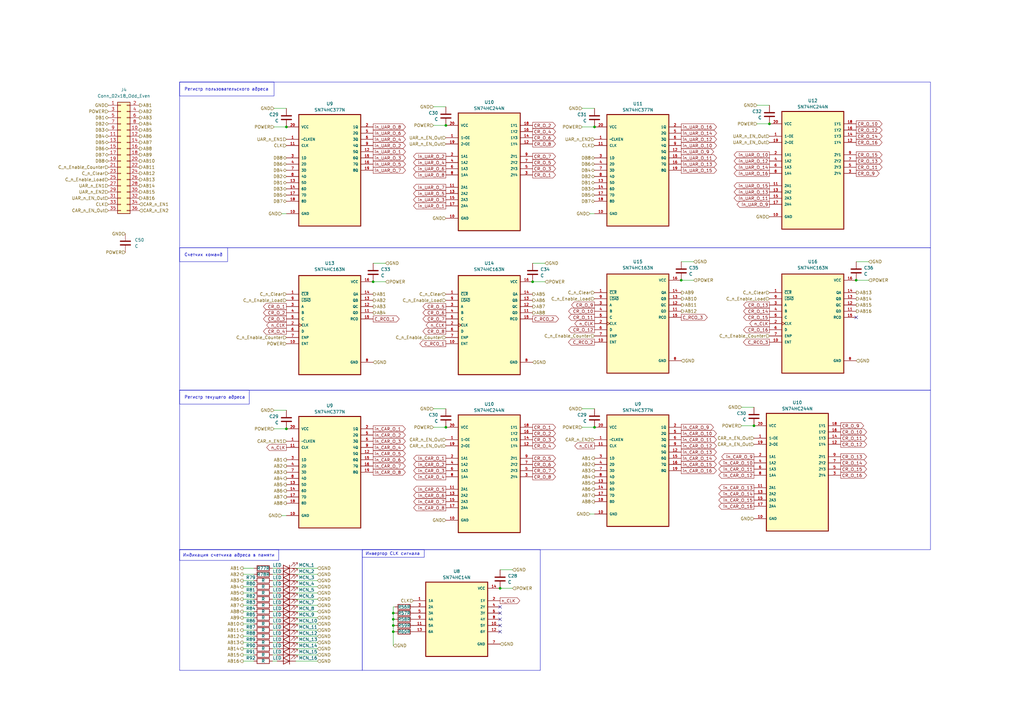
<source format=kicad_sch>
(kicad_sch (version 20230121) (generator eeschema)
  (paper "A3")
  (title_block (comment 1 "Схема электрическая принципиальная \\n Счетчика команд"))
  (junction (at 161.29 251.46))
  (junction (at 117.475 52.07))
  (junction (at 161.29 254))
  (junction (at 279.4 114.935))
  (junction (at 182.88 51.435))
  (junction (at 243.84 175.26))
  (junction (at 153.035 115.57))
  (junction (at 161.29 259.08))
  (junction (at 309.245 174.625))
  (junction (at 243.84 52.07))
  (junction (at 205.105 241.3))
  (junction (at 218.44 115.57))
  (junction (at 315.595 50.8))
  (junction (at 117.475 175.895))
  (junction (at 182.88 175.26))
  (junction (at 351.155 114.935))
  (junction (at 161.29 256.54))
  (no_connect (at 205.105 248.92))
  (no_connect (at 205.105 256.54))
  (no_connect (at 205.105 254))
  (no_connect (at 205.105 251.46))
  (no_connect (at 205.105 259.08))
  (no_connect (at 351.155 130.175))
  (wire (pts (xy 117.475 168.275) (xy 112.395 168.275)))
  (wire (pts (xy 182.88 167.64) (xy 177.8 167.64)))
  (wire (pts (xy 113.665 245.745) (xy 111.76 245.745)))
  (wire (pts (xy 104.14 253.365) (xy 99.695 253.365)))
  (wire (pts (xy 243.84 44.45) (xy 238.76 44.45)))
  (wire (pts (xy 113.665 248.285) (xy 111.76 248.285)))
  (wire (pts (xy 205.105 241.3) (xy 210.185 241.3)))
  (wire (pts (xy 113.665 266.065) (xy 111.76 266.065)))
  (wire (pts (xy 161.29 254) (xy 161.29 251.46)))
  (wire (pts (xy 351.155 114.935) (xy 356.235 114.935)))
  (wire (pts (xy 113.665 271.145) (xy 111.76 271.145)))
  (wire (pts (xy 104.14 271.145) (xy 99.695 271.145)))
  (wire (pts (xy 161.29 254) (xy 161.925 254)))
  (wire (pts (xy 121.285 245.745) (xy 130.175 245.745)))
  (wire (pts (xy 113.665 238.125) (xy 111.76 238.125)))
  (wire (pts (xy 104.14 235.585) (xy 99.695 235.585)))
  (wire (pts (xy 104.14 238.125) (xy 99.695 238.125)))
  (wire (pts (xy 104.14 250.825) (xy 99.695 250.825)))
  (wire (pts (xy 104.14 263.525) (xy 99.695 263.525)))
  (wire (pts (xy 111.76 255.905) (xy 113.665 255.905)))
  (wire (pts (xy 113.665 258.445) (xy 111.76 258.445)))
  (wire (pts (xy 121.285 266.065) (xy 130.175 266.065)))
  (wire (pts (xy 113.665 243.205) (xy 111.76 243.205)))
  (wire (pts (xy 113.665 268.605) (xy 111.76 268.605)))
  (wire (pts (xy 104.14 243.205) (xy 99.695 243.205)))
  (wire (pts (xy 161.29 251.46) (xy 161.925 251.46)))
  (wire (pts (xy 121.285 243.205) (xy 130.175 243.205)))
  (wire (pts (xy 121.285 250.825) (xy 130.175 250.825)))
  (wire (pts (xy 161.29 256.54) (xy 161.29 254)))
  (wire (pts (xy 104.14 260.985) (xy 99.695 260.985)))
  (wire (pts (xy 117.475 52.07) (xy 112.395 52.07)))
  (wire (pts (xy 113.665 263.525) (xy 111.76 263.525)))
  (wire (pts (xy 121.285 255.905) (xy 130.175 255.905)))
  (wire (pts (xy 104.14 245.745) (xy 99.695 245.745)))
  (wire (pts (xy 161.29 259.08) (xy 161.925 259.08)))
  (wire (pts (xy 182.88 43.815) (xy 177.8 43.815)))
  (wire (pts (xy 279.4 107.315) (xy 284.48 107.315)))
  (wire (pts (xy 315.595 50.8) (xy 310.515 50.8)))
  (wire (pts (xy 121.285 260.985) (xy 130.175 260.985)))
  (wire (pts (xy 205.105 233.68) (xy 210.185 233.68)))
  (wire (pts (xy 243.84 167.64) (xy 238.76 167.64)))
  (wire (pts (xy 315.595 43.18) (xy 310.515 43.18)))
  (wire (pts (xy 309.245 167.005) (xy 304.165 167.005)))
  (wire (pts (xy 121.285 235.585) (xy 130.175 235.585)))
  (wire (pts (xy 121.285 238.125) (xy 130.175 238.125)))
  (wire (pts (xy 121.285 233.045) (xy 130.175 233.045)))
  (wire (pts (xy 218.44 115.57) (xy 223.52 115.57)))
  (wire (pts (xy 104.14 268.605) (xy 99.695 268.605)))
  (wire (pts (xy 121.285 268.605) (xy 130.175 268.605)))
  (wire (pts (xy 113.665 260.985) (xy 111.76 260.985)))
  (wire (pts (xy 113.665 250.825) (xy 111.76 250.825)))
  (wire (pts (xy 243.84 52.07) (xy 238.76 52.07)))
  (wire (pts (xy 104.14 248.285) (xy 99.695 248.285)))
  (wire (pts (xy 104.14 258.445) (xy 99.695 258.445)))
  (wire (pts (xy 161.29 251.46) (xy 161.29 248.92)))
  (wire (pts (xy 104.14 255.905) (xy 99.695 255.905)))
  (wire (pts (xy 104.14 233.045) (xy 99.695 233.045)))
  (wire (pts (xy 161.29 256.54) (xy 161.925 256.54)))
  (wire (pts (xy 309.245 174.625) (xy 304.165 174.625)))
  (wire (pts (xy 241.935 87.63) (xy 243.84 87.63)))
  (wire (pts (xy 111.76 233.045) (xy 113.665 233.045)))
  (wire (pts (xy 153.035 107.95) (xy 158.115 107.95)))
  (wire (pts (xy 111.76 235.585) (xy 113.665 235.585)))
  (wire (pts (xy 117.475 175.895) (xy 112.395 175.895)))
  (wire (pts (xy 279.4 114.935) (xy 284.48 114.935)))
  (wire (pts (xy 121.285 263.525) (xy 130.175 263.525)))
  (wire (pts (xy 113.665 240.665) (xy 111.76 240.665)))
  (wire (pts (xy 241.935 210.82) (xy 243.84 210.82)))
  (wire (pts (xy 104.14 266.065) (xy 99.695 266.065)))
  (wire (pts (xy 161.29 264.795) (xy 161.29 259.08)))
  (wire (pts (xy 115.57 211.455) (xy 117.475 211.455)))
  (wire (pts (xy 121.285 271.145) (xy 130.175 271.145)))
  (wire (pts (xy 121.285 253.365) (xy 130.175 253.365)))
  (wire (pts (xy 182.88 51.435) (xy 177.8 51.435)))
  (wire (pts (xy 218.44 107.95) (xy 223.52 107.95)))
  (wire (pts (xy 121.285 240.665) (xy 130.175 240.665)))
  (wire (pts (xy 153.035 115.57) (xy 158.115 115.57)))
  (wire (pts (xy 117.475 44.45) (xy 112.395 44.45)))
  (wire (pts (xy 161.29 259.08) (xy 161.29 256.54)))
  (wire (pts (xy 182.88 175.26) (xy 177.8 175.26)))
  (wire (pts (xy 243.84 175.26) (xy 238.76 175.26)))
  (wire (pts (xy 351.155 107.315) (xy 356.235 107.315)))
  (wire (pts (xy 161.29 248.92) (xy 161.925 248.92)))
  (wire (pts (xy 111.76 253.365) (xy 113.665 253.365)))
  (wire (pts (xy 121.285 258.445) (xy 130.175 258.445)))
  (wire (pts (xy 104.14 240.665) (xy 99.695 240.665)))
  (wire (pts (xy 115.57 87.63) (xy 117.475 87.63)))
  (wire (pts (xy 121.285 248.285) (xy 130.175 248.285)))
  (rectangle (start 73.66 225.425) (end 148.59 274.955))
  (rectangle (start 148.59 225.425) (end 173.99 228.6))
  (rectangle (start 73.66 225.425) (end 114.3 229.87))
  (rectangle (start 73.66 33.655) (end 112.395 39.37))
  (rectangle (start 148.59 225.425) (end 221.615 274.955))
  (rectangle (start 73.66 160.02) (end 102.235 165.735))
  (rectangle (start 73.66 33.655) (end 381.635 101.6))
  (rectangle (start 73.66 160.02) (end 381.635 225.425))
  (rectangle (start 73.66 101.6) (end 381.635 160.02))
  (rectangle (start 73.66 101.6) (end 93.345 107.315))
  (text "Индикация счетчика адреса в памяти" (at 74.93 228.6 0) (effects (font (size 1.27 1.27)) (justify left bottom)))
  (text "Инвертор CLK сигнала" (at 149.86 227.965 0) (effects (font (size 1.27 1.27)) (justify left bottom)))
  (text "Регистр текущего адреса" (at 75.565 163.83 0) (effects (font (size 1.27 1.27)) (justify left bottom)))
  (text "Счетчик команд\n" (at 75.565 105.41 0) (effects (font (size 1.27 1.27)) (justify left bottom)))
  (text "Регистр пользовательского адреса" (at 75.565 37.465 0) (effects (font (size 1.27 1.27)) (justify left bottom)))
  (global_label "in_СAR_O_7" (shape output) (at 153.035 191.135 0) (property "Intersheetrefs" "${INTERSHEET_REFS}" (effects hide)))
  (global_label "in_UAR_O_1" (shape output) (at 182.88 84.455 180) (property "Intersheetrefs" "${INTERSHEET_REFS}" (effects hide)))
  (global_label "C_RCO_3" (shape output) (at 315.595 140.335 180) (property "Intersheetrefs" "${INTERSHEET_REFS}" (effects hide)))
  (global_label "C_RCO_3" (shape output) (at 279.4 130.175 0) (property "Intersheetrefs" "${INTERSHEET_REFS}" (effects hide)))
  (global_label "in_СAR_O_15" (shape output) (at 309.245 205.105 180) (property "Intersheetrefs" "${INTERSHEET_REFS}" (effects hide)))
  (global_label "CR_O_4" (shape output) (at 218.44 53.975 0) (property "Intersheetrefs" "${INTERSHEET_REFS}" (effects hide)))
  (global_label "in_UAR_O_14" (shape output) (at 279.4 54.61 0) (property "Intersheetrefs" "${INTERSHEET_REFS}" (effects hide)))
  (global_label "CR_O_4" (shape output) (at 117.475 135.89 180) (property "Intersheetrefs" "${INTERSHEET_REFS}" (effects hide)))
  (global_label "CR_O_3" (shape output) (at 117.475 130.81 180) (property "Intersheetrefs" "${INTERSHEET_REFS}" (effects hide)))
  (global_label "in_UAR_O_2" (shape output) (at 182.88 64.135 180) (property "Intersheetrefs" "${INTERSHEET_REFS}" (effects hide)))
  (global_label "in_UAR_O_9" (shape output) (at 279.4 62.23 0) (property "Intersheetrefs" "${INTERSHEET_REFS}" (effects hide)))
  (global_label "in_СAR_O_8" (shape output) (at 182.88 208.28 180) (property "Intersheetrefs" "${INTERSHEET_REFS}" (effects hide)))
  (global_label "CR_O_7" (shape output) (at 218.44 193.04 0) (property "Intersheetrefs" "${INTERSHEET_REFS}" (effects hide)))
  (global_label "in_СAR_O_8" (shape output) (at 153.035 193.675 0) (property "Intersheetrefs" "${INTERSHEET_REFS}" (effects hide)))
  (global_label "CR_O_13" (shape output) (at 351.155 66.04 0) (property "Intersheetrefs" "${INTERSHEET_REFS}" (effects hide)))
  (global_label "n_CLK" (shape output) (at 117.475 133.35 180) (property "Intersheetrefs" "${INTERSHEET_REFS}" (effects hide)))
  (global_label "in_СAR_O_11" (shape output) (at 309.245 192.405 180) (property "Intersheetrefs" "${INTERSHEET_REFS}" (effects hide)))
  (global_label "CR_O_5" (shape output) (at 218.44 187.96 0) (property "Intersheetrefs" "${INTERSHEET_REFS}" (effects hide)))
  (global_label "in_UAR_O_15" (shape output) (at 279.4 69.85 0) (property "Intersheetrefs" "${INTERSHEET_REFS}" (effects hide)))
  (global_label "in_СAR_O_1" (shape output) (at 153.035 175.895 0) (property "Intersheetrefs" "${INTERSHEET_REFS}" (effects hide)))
  (global_label "in_СAR_O_9" (shape output) (at 309.245 187.325 180) (property "Intersheetrefs" "${INTERSHEET_REFS}" (effects hide)))
  (global_label "CR_O_12" (shape output) (at 344.805 182.245 0) (property "Intersheetrefs" "${INTERSHEET_REFS}" (effects hide)))
  (global_label "CR_O_2" (shape output) (at 117.475 128.27 180) (property "Intersheetrefs" "${INTERSHEET_REFS}" (effects hide)))
  (global_label "in_UAR_O_11" (shape output) (at 279.4 64.77 0) (property "Intersheetrefs" "${INTERSHEET_REFS}" (effects hide)))
  (global_label "CR_O_11" (shape output) (at 351.155 68.58 0) (property "Intersheetrefs" "${INTERSHEET_REFS}" (effects hide)))
  (global_label "C_RCO_2" (shape output) (at 218.44 130.81 0) (property "Intersheetrefs" "${INTERSHEET_REFS}" (effects hide)))
  (global_label "CR_O_5" (shape output) (at 182.88 125.73 180) (property "Intersheetrefs" "${INTERSHEET_REFS}" (effects hide)))
  (global_label "in_СAR_O_6" (shape output) (at 182.88 203.2 180) (property "Intersheetrefs" "${INTERSHEET_REFS}" (effects hide)))
  (global_label "in_СAR_O_16" (shape output) (at 309.245 207.645 180) (property "Intersheetrefs" "${INTERSHEET_REFS}" (effects hide)))
  (global_label "CR_O_14" (shape output) (at 351.155 55.88 0) (property "Intersheetrefs" "${INTERSHEET_REFS}" (effects hide)))
  (global_label "n_CLK" (shape output) (at 243.84 132.715 180) (property "Intersheetrefs" "${INTERSHEET_REFS}" (effects hide)))
  (global_label "in_СAR_O_7" (shape output) (at 182.88 205.74 180) (property "Intersheetrefs" "${INTERSHEET_REFS}" (effects hide)))
  (global_label "CR_O_10" (shape output) (at 351.155 50.8 0) (property "Intersheetrefs" "${INTERSHEET_REFS}" (effects hide)))
  (global_label "C_RCO_1" (shape output) (at 182.88 140.97 180) (property "Intersheetrefs" "${INTERSHEET_REFS}" (effects hide)))
  (global_label "in_UAR_O_13" (shape output) (at 315.595 78.74 180) (property "Intersheetrefs" "${INTERSHEET_REFS}" (effects hide)))
  (global_label "CR_O_7" (shape output) (at 182.88 130.81 180) (property "Intersheetrefs" "${INTERSHEET_REFS}" (effects hide)))
  (global_label "in_СAR_O_10" (shape output) (at 309.245 189.865 180) (property "Intersheetrefs" "${INTERSHEET_REFS}" (effects hide)))
  (global_label "in_СAR_O_14" (shape output) (at 309.245 202.565 180) (property "Intersheetrefs" "${INTERSHEET_REFS}" (effects hide)))
  (global_label "in_UAR_O_6" (shape output) (at 153.035 54.61 0) (property "Intersheetrefs" "${INTERSHEET_REFS}" (effects hide)))
  (global_label "in_СAR_O_2" (shape output) (at 182.88 190.5 180) (property "Intersheetrefs" "${INTERSHEET_REFS}" (effects hide)))
  (global_label "in_UAR_O_3" (shape output) (at 153.035 64.77 0) (property "Intersheetrefs" "${INTERSHEET_REFS}" (effects hide)))
  (global_label "in_СAR_O_3" (shape output) (at 153.035 180.975 0) (property "Intersheetrefs" "${INTERSHEET_REFS}" (effects hide)))
  (global_label "CR_O_15" (shape output) (at 315.595 130.175 180) (property "Intersheetrefs" "${INTERSHEET_REFS}" (effects hide)))
  (global_label "in_UAR_O_7" (shape output) (at 182.88 76.835 180) (property "Intersheetrefs" "${INTERSHEET_REFS}" (effects hide)))
  (global_label "CR_O_3" (shape output) (at 218.44 69.215 0) (property "Intersheetrefs" "${INTERSHEET_REFS}" (effects hide)))
  (global_label "in_СAR_O_12" (shape output) (at 279.4 182.88 0) (property "Intersheetrefs" "${INTERSHEET_REFS}" (effects hide)))
  (global_label "in_UAR_O_16" (shape output) (at 279.4 52.07 0) (property "Intersheetrefs" "${INTERSHEET_REFS}" (effects hide)))
  (global_label "C_RCO_2" (shape output) (at 243.84 140.335 180) (property "Intersheetrefs" "${INTERSHEET_REFS}" (effects hide)))
  (global_label "in_UAR_O_12" (shape output) (at 315.595 66.04 180) (property "Intersheetrefs" "${INTERSHEET_REFS}" (effects hide)))
  (global_label "CR_O_1" (shape output) (at 218.44 71.755 0) (property "Intersheetrefs" "${INTERSHEET_REFS}" (effects hide)))
  (global_label "CR_O_10" (shape output) (at 243.84 127.635 180) (property "Intersheetrefs" "${INTERSHEET_REFS}" (effects hide)))
  (global_label "in_UAR_O_1" (shape output) (at 153.035 62.23 0) (property "Intersheetrefs" "${INTERSHEET_REFS}" (effects hide)))
  (global_label "in_UAR_O_4" (shape output) (at 153.035 57.15 0) (property "Intersheetrefs" "${INTERSHEET_REFS}" (effects hide)))
  (global_label "in_СAR_O_14" (shape output) (at 279.4 187.96 0) (property "Intersheetrefs" "${INTERSHEET_REFS}" (effects hide)))
  (global_label "in_UAR_O_15" (shape output) (at 315.595 76.2 180) (property "Intersheetrefs" "${INTERSHEET_REFS}" (effects hide)))
  (global_label "CR_O_2" (shape output) (at 218.44 177.8 0) (property "Intersheetrefs" "${INTERSHEET_REFS}" (effects hide)))
  (global_label "in_UAR_O_10" (shape output) (at 279.4 59.69 0) (property "Intersheetrefs" "${INTERSHEET_REFS}" (effects hide)))
  (global_label "CR_O_15" (shape output) (at 344.805 192.405 0) (property "Intersheetrefs" "${INTERSHEET_REFS}" (effects hide)))
  (global_label "in_UAR_O_6" (shape output) (at 182.88 69.215 180) (property "Intersheetrefs" "${INTERSHEET_REFS}" (effects hide)))
  (global_label "CR_O_9" (shape output) (at 243.84 125.095 180) (property "Intersheetrefs" "${INTERSHEET_REFS}" (effects hide)))
  (global_label "CR_O_11" (shape output) (at 344.805 179.705 0) (property "Intersheetrefs" "${INTERSHEET_REFS}" (effects hide)))
  (global_label "CR_O_1" (shape output) (at 218.44 175.26 0) (property "Intersheetrefs" "${INTERSHEET_REFS}" (effects hide)))
  (global_label "in_UAR_O_2" (shape output) (at 153.035 59.69 0) (property "Intersheetrefs" "${INTERSHEET_REFS}" (effects hide)))
  (global_label "CR_O_15" (shape output) (at 351.155 63.5 0) (property "Intersheetrefs" "${INTERSHEET_REFS}" (effects hide)))
  (global_label "in_СAR_O_16" (shape output) (at 279.4 193.04 0) (property "Intersheetrefs" "${INTERSHEET_REFS}" (effects hide)))
  (global_label "in_СAR_O_4" (shape output) (at 153.035 183.515 0) (property "Intersheetrefs" "${INTERSHEET_REFS}" (effects hide)))
  (global_label "CR_O_6" (shape output) (at 218.44 56.515 0) (property "Intersheetrefs" "${INTERSHEET_REFS}" (effects hide)))
  (global_label "CR_O_16" (shape output) (at 351.155 58.42 0) (property "Intersheetrefs" "${INTERSHEET_REFS}" (effects hide)))
  (global_label "n_CLK" (shape output) (at 205.105 246.38 0) (property "Intersheetrefs" "${INTERSHEET_REFS}" (effects hide)))
  (global_label "CR_O_8" (shape output) (at 218.44 59.055 0) (property "Intersheetrefs" "${INTERSHEET_REFS}" (effects hide)))
  (global_label "in_СAR_O_13" (shape output) (at 309.245 200.025 180) (property "Intersheetrefs" "${INTERSHEET_REFS}" (effects hide)))
  (global_label "CR_O_11" (shape output) (at 243.84 130.175 180) (property "Intersheetrefs" "${INTERSHEET_REFS}" (effects hide)))
  (global_label "in_UAR_O_9" (shape output) (at 315.595 83.82 180) (property "Intersheetrefs" "${INTERSHEET_REFS}" (effects hide)))
  (global_label "in_СAR_O_13" (shape output) (at 279.4 185.42 0) (property "Intersheetrefs" "${INTERSHEET_REFS}" (effects hide)))
  (global_label "CR_O_9" (shape output) (at 344.805 174.625 0) (property "Intersheetrefs" "${INTERSHEET_REFS}" (effects hide)))
  (global_label "in_СAR_O_5" (shape output) (at 153.035 186.055 0) (property "Intersheetrefs" "${INTERSHEET_REFS}" (effects hide)))
  (global_label "CR_O_12" (shape output) (at 351.155 53.34 0) (property "Intersheetrefs" "${INTERSHEET_REFS}" (effects hide)))
  (global_label "CR_O_8" (shape output) (at 218.44 195.58 0) (property "Intersheetrefs" "${INTERSHEET_REFS}" (effects hide)))
  (global_label "in_UAR_O_10" (shape output) (at 315.595 63.5 180) (property "Intersheetrefs" "${INTERSHEET_REFS}" (effects hide)))
  (global_label "n_CLK" (shape output) (at 243.84 182.88 180) (property "Intersheetrefs" "${INTERSHEET_REFS}" (effects hide)))
  (global_label "in_СAR_O_9" (shape output) (at 279.4 175.26 0) (property "Intersheetrefs" "${INTERSHEET_REFS}" (effects hide)))
  (global_label "in_UAR_O_8" (shape output) (at 153.035 52.07 0) (property "Intersheetrefs" "${INTERSHEET_REFS}" (effects hide)))
  (global_label "in_СAR_O_11" (shape output) (at 279.4 180.34 0) (property "Intersheetrefs" "${INTERSHEET_REFS}" (effects hide)))
  (global_label "in_UAR_O_16" (shape output) (at 315.595 71.12 180) (property "Intersheetrefs" "${INTERSHEET_REFS}" (effects hide)))
  (global_label "CR_O_8" (shape output) (at 182.88 135.89 180) (property "Intersheetrefs" "${INTERSHEET_REFS}" (effects hide)))
  (global_label "n_CLK" (shape output) (at 182.88 133.35 180) (property "Intersheetrefs" "${INTERSHEET_REFS}" (effects hide)))
  (global_label "CR_O_6" (shape output) (at 182.88 128.27 180) (property "Intersheetrefs" "${INTERSHEET_REFS}" (effects hide)))
  (global_label "CR_O_9" (shape output) (at 351.155 71.12 0) (property "Intersheetrefs" "${INTERSHEET_REFS}" (effects hide)))
  (global_label "CR_O_6" (shape output) (at 218.44 190.5 0) (property "Intersheetrefs" "${INTERSHEET_REFS}" (effects hide)))
  (global_label "in_СAR_O_4" (shape output) (at 182.88 195.58 180) (property "Intersheetrefs" "${INTERSHEET_REFS}" (effects hide)))
  (global_label "CR_O_1" (shape output) (at 117.475 125.73 180) (property "Intersheetrefs" "${INTERSHEET_REFS}" (effects hide)))
  (global_label "in_СAR_O_12" (shape output) (at 309.245 194.945 180) (property "Intersheetrefs" "${INTERSHEET_REFS}" (effects hide)))
  (global_label "CR_O_14" (shape output) (at 315.595 127.635 180) (property "Intersheetrefs" "${INTERSHEET_REFS}" (effects hide)))
  (global_label "CR_O_7" (shape output) (at 218.44 64.135 0) (property "Intersheetrefs" "${INTERSHEET_REFS}" (effects hide)))
  (global_label "in_UAR_O_3" (shape output) (at 182.88 81.915 180) (property "Intersheetrefs" "${INTERSHEET_REFS}" (effects hide)))
  (global_label "in_СAR_O_10" (shape output) (at 279.4 177.8 0) (property "Intersheetrefs" "${INTERSHEET_REFS}" (effects hide)))
  (global_label "CR_O_2" (shape output) (at 218.44 51.435 0) (property "Intersheetrefs" "${INTERSHEET_REFS}" (effects hide)))
  (global_label "CR_O_3" (shape output) (at 218.44 180.34 0) (property "Intersheetrefs" "${INTERSHEET_REFS}" (effects hide)))
  (global_label "CR_O_10" (shape output) (at 344.805 177.165 0) (property "Intersheetrefs" "${INTERSHEET_REFS}" (effects hide)))
  (global_label "in_СAR_O_2" (shape output) (at 153.035 178.435 0) (property "Intersheetrefs" "${INTERSHEET_REFS}" (effects hide)))
  (global_label "n_CLK" (shape output) (at 117.475 183.515 180) (property "Intersheetrefs" "${INTERSHEET_REFS}" (effects hide)))
  (global_label "in_UAR_O_5" (shape output) (at 182.88 79.375 180) (property "Intersheetrefs" "${INTERSHEET_REFS}" (effects hide)))
  (global_label "CR_O_16" (shape output) (at 344.805 194.945 0) (property "Intersheetrefs" "${INTERSHEET_REFS}" (effects hide)))
  (global_label "in_UAR_O_7" (shape output) (at 153.035 69.85 0) (property "Intersheetrefs" "${INTERSHEET_REFS}" (effects hide)))
  (global_label "in_UAR_O_12" (shape output) (at 279.4 57.15 0) (property "Intersheetrefs" "${INTERSHEET_REFS}" (effects hide)))
  (global_label "in_UAR_O_8" (shape output) (at 182.88 71.755 180) (property "Intersheetrefs" "${INTERSHEET_REFS}" (effects hide)))
  (global_label "in_СAR_O_15" (shape output) (at 279.4 190.5 0) (property "Intersheetrefs" "${INTERSHEET_REFS}" (effects hide)))
  (global_label "n_CLK" (shape output) (at 315.595 132.715 180) (property "Intersheetrefs" "${INTERSHEET_REFS}" (effects hide)))
  (global_label "in_СAR_O_1" (shape output) (at 182.88 187.96 180) (property "Intersheetrefs" "${INTERSHEET_REFS}" (effects hide)))
  (global_label "in_СAR_O_6" (shape output) (at 153.035 188.595 0) (property "Intersheetrefs" "${INTERSHEET_REFS}" (effects hide)))
  (global_label "CR_O_13" (shape output) (at 315.595 125.095 180) (property "Intersheetrefs" "${INTERSHEET_REFS}" (effects hide)))
  (global_label "in_UAR_O_4" (shape output) (at 182.88 66.675 180) (property "Intersheetrefs" "${INTERSHEET_REFS}" (effects hide)))
  (global_label "C_RCO_1" (shape output) (at 153.035 130.81 0) (property "Intersheetrefs" "${INTERSHEET_REFS}" (effects hide)))
  (global_label "CR_O_12" (shape output) (at 243.84 135.255 180) (property "Intersheetrefs" "${INTERSHEET_REFS}" (effects hide)))
  (global_label "in_UAR_O_11" (shape output) (at 315.595 81.28 180) (property "Intersheetrefs" "${INTERSHEET_REFS}" (effects hide)))
  (global_label "CR_O_14" (shape output) (at 344.805 189.865 0) (property "Intersheetrefs" "${INTERSHEET_REFS}" (effects hide)))
  (global_label "in_UAR_O_5" (shape output) (at 153.035 67.31 0) (property "Intersheetrefs" "${INTERSHEET_REFS}" (effects hide)))
  (global_label "CR_O_4" (shape output) (at 218.44 182.88 0) (property "Intersheetrefs" "${INTERSHEET_REFS}" (effects hide)))
  (global_label "CR_O_16" (shape output) (at 315.595 135.255 180) (property "Intersheetrefs" "${INTERSHEET_REFS}" (effects hide)))
  (global_label "CR_O_13" (shape output) (at 344.805 187.325 0) (property "Intersheetrefs" "${INTERSHEET_REFS}" (effects hide)))
  (global_label "in_UAR_O_14" (shape output) (at 315.595 68.58 180) (property "Intersheetrefs" "${INTERSHEET_REFS}" (effects hide)))
  (global_label "CR_O_5" (shape output) (at 218.44 66.675 0) (property "Intersheetrefs" "${INTERSHEET_REFS}" (effects hide)))
  (global_label "in_СAR_O_3" (shape output) (at 182.88 193.04 180) (property "Intersheetrefs" "${INTERSHEET_REFS}" (effects hide)))
  (global_label "in_UAR_O_13" (shape output) (at 279.4 67.31 0) (property "Intersheetrefs" "${INTERSHEET_REFS}" (effects hide)))
  (global_label "in_СAR_O_5" (shape output) (at 182.88 200.66 180) (property "Intersheetrefs" "${INTERSHEET_REFS}" (effects hide)))
  (hierarchical_label "CAR_n_EN2" (shape input) (at 57.15 86.36 0))
  (hierarchical_label "GND" (shape input) (at 51.435 95.885 180))
  (hierarchical_label "POWER" (shape input) (at 223.52 115.57 0))
  (hierarchical_label "GND" (shape input) (at 44.45 43.18 180))
  (hierarchical_label "C_n_Enable_Load" (shape input) (at 117.475 123.19 180))
  (hierarchical_label "CLK" (shape input) (at 243.84 59.69 180))
  (hierarchical_label "POWER" (shape input) (at 238.76 175.26 180))
  (hierarchical_label "UAR_n_EN_Out" (shape input) (at 315.595 58.42 180))
  (hierarchical_label "AB1" (shape output) (at 117.475 188.595 180))
  (hierarchical_label "DB5" (shape bidirectional) (at 243.84 80.01 180))
  (hierarchical_label "AB7" (shape output) (at 117.475 203.835 180))
  (hierarchical_label "GND" (shape input) (at 130.175 233.045 0))
  (hierarchical_label "DB8" (shape bidirectional) (at 117.475 64.77 180))
  (hierarchical_label "DB3" (shape bidirectional) (at 243.84 77.47 180))
  (hierarchical_label "AB11" (shape output) (at 99.695 258.445 180))
  (hierarchical_label "AB8" (shape output) (at 117.475 206.375 180))
  (hierarchical_label "DB4" (shape bidirectional) (at 44.45 55.88 180))
  (hierarchical_label "AB2" (shape output) (at 117.475 191.135 180))
  (hierarchical_label "DB8" (shape bidirectional) (at 44.45 66.04 180))
  (hierarchical_label "AB15" (shape output) (at 99.695 268.605 180))
  (hierarchical_label "CAR_n_EN_Out" (shape input) (at 309.245 182.245 180))
  (hierarchical_label "DB2" (shape bidirectional) (at 44.45 50.8 180))
  (hierarchical_label "POWER" (shape input) (at 112.395 175.895 180))
  (hierarchical_label "C_n_Clear" (shape input) (at 182.88 120.65 180))
  (hierarchical_label "UAR_n_EN2" (shape input) (at 243.84 57.15 180))
  (hierarchical_label "AB3" (shape output) (at 153.035 125.73 0))
  (hierarchical_label "UAR_n_EN_Out" (shape input) (at 315.595 55.88 180))
  (hierarchical_label "DB7" (shape bidirectional) (at 117.475 82.55 180))
  (hierarchical_label "C_n_Clear" (shape input) (at 243.84 120.015 180))
  (hierarchical_label "POWER" (shape input) (at 356.235 114.935 0))
  (hierarchical_label "GND" (shape input) (at 115.57 211.455 180))
  (hierarchical_label "GND" (shape input) (at 182.88 89.535 180))
  (hierarchical_label "C_n_Clear" (shape input) (at 315.595 120.015 180))
  (hierarchical_label "CAR_n_EN2" (shape input) (at 243.84 180.34 180))
  (hierarchical_label "GND" (shape input) (at 161.29 264.795 0))
  (hierarchical_label "DB5" (shape bidirectional) (at 44.45 58.42 180))
  (hierarchical_label "AB2" (shape output) (at 99.695 235.585 180))
  (hierarchical_label "C_n_Enable_Counter" (shape input) (at 44.45 68.58 180))
  (hierarchical_label "AB10" (shape output) (at 57.15 66.04 0))
  (hierarchical_label "UAR_n_EN1" (shape input) (at 44.45 76.2 180))
  (hierarchical_label "AB3" (shape output) (at 99.695 238.125 180))
  (hierarchical_label "AB7" (shape output) (at 57.15 58.42 0))
  (hierarchical_label "AB1" (shape output) (at 243.84 187.96 180))
  (hierarchical_label "DB1" (shape bidirectional) (at 44.45 48.26 180))
  (hierarchical_label "GND" (shape input) (at 238.76 44.45 180))
  (hierarchical_label "C_n_Enable_Counter" (shape input) (at 243.84 137.795 180))
  (hierarchical_label "GND" (shape input) (at 310.515 43.18 180))
  (hierarchical_label "AB12" (shape output) (at 99.695 260.985 180))
  (hierarchical_label "AB7" (shape output) (at 243.84 203.2 180))
  (hierarchical_label "AB5" (shape output) (at 57.15 53.34 0))
  (hierarchical_label "AB3" (shape output) (at 117.475 193.675 180))
  (hierarchical_label "AB12" (shape output) (at 57.15 71.12 0))
  (hierarchical_label "DB1" (shape bidirectional) (at 117.475 74.93 180))
  (hierarchical_label "GND" (shape input) (at 223.52 107.95 0))
  (hierarchical_label "CAR_n_EN1" (shape input) (at 117.475 180.975 180))
  (hierarchical_label "GND" (shape input) (at 130.175 260.985 0))
  (hierarchical_label "DB8" (shape bidirectional) (at 243.84 64.77 180))
  (hierarchical_label "GND" (shape input) (at 130.175 243.205 0))
  (hierarchical_label "DB2" (shape bidirectional) (at 117.475 72.39 180))
  (hierarchical_label "AB1" (shape output) (at 153.035 120.65 0))
  (hierarchical_label "CAR_n_EN_Out" (shape input) (at 182.88 182.88 180))
  (hierarchical_label "AB2" (shape output) (at 153.035 123.19 0))
  (hierarchical_label "AB8" (shape output) (at 218.44 128.27 0))
  (hierarchical_label "GND" (shape input) (at 130.175 240.665 0))
  (hierarchical_label "DB5" (shape bidirectional) (at 117.475 80.01 180))
  (hierarchical_label "GND" (shape input) (at 304.165 167.005 180))
  (hierarchical_label "GND" (shape input) (at 315.595 88.9 180))
  (hierarchical_label "AB5" (shape output) (at 218.44 120.65 0))
  (hierarchical_label "GND" (shape input) (at 356.235 107.315 0))
  (hierarchical_label "GND" (shape input) (at 205.105 264.16 0))
  (hierarchical_label "AB6" (shape output) (at 243.84 200.66 180))
  (hierarchical_label "GND" (shape input) (at 158.115 107.95 0))
  (hierarchical_label "GND" (shape input) (at 218.44 148.59 0))
  (hierarchical_label "C_n_Enable_Load" (shape input) (at 182.88 123.19 180))
  (hierarchical_label "POWER" (shape input) (at 44.45 45.72 180))
  (hierarchical_label "AB10" (shape output) (at 279.4 122.555 0))
  (hierarchical_label "AB15" (shape output) (at 351.155 125.095 0))
  (hierarchical_label "AB13" (shape output) (at 99.695 263.525 180))
  (hierarchical_label "C_n_Enable_Counter" (shape input) (at 182.88 138.43 180))
  (hierarchical_label "AB8" (shape output) (at 57.15 60.96 0))
  (hierarchical_label "CAR_n_EN1" (shape input) (at 57.15 83.82 0))
  (hierarchical_label "AB14" (shape output) (at 99.695 266.065 180))
  (hierarchical_label "AB16" (shape output) (at 351.155 127.635 0))
  (hierarchical_label "DB6" (shape bidirectional) (at 243.84 67.31 180))
  (hierarchical_label "GND" (shape input) (at 130.175 258.445 0))
  (hierarchical_label "DB7" (shape bidirectional) (at 243.84 82.55 180))
  (hierarchical_label "AB8" (shape output) (at 243.84 205.74 180))
  (hierarchical_label "GND" (shape input) (at 130.175 250.825 0))
  (hierarchical_label "GND" (shape input) (at 130.175 253.365 0))
  (hierarchical_label "AB4" (shape output) (at 243.84 195.58 180))
  (hierarchical_label "AB5" (shape output) (at 117.475 198.755 180))
  (hierarchical_label "GND" (shape input) (at 115.57 87.63 180))
  (hierarchical_label "GND" (shape input) (at 279.4 147.955 0))
  (hierarchical_label "C_n_Enable_Counter" (shape input) (at 117.475 138.43 180))
  (hierarchical_label "DB2" (shape bidirectional) (at 243.84 72.39 180))
  (hierarchical_label "POWER" (shape input) (at 238.76 52.07 180))
  (hierarchical_label "GND" (shape input) (at 130.175 235.585 0))
  (hierarchical_label "DB4" (shape bidirectional) (at 243.84 69.85 180))
  (hierarchical_label "AB8" (shape output) (at 99.695 250.825 180))
  (hierarchical_label "AB10" (shape output) (at 99.695 255.905 180))
  (hierarchical_label "AB9" (shape output) (at 57.15 63.5 0))
  (hierarchical_label "GND" (shape input) (at 210.185 233.68 0))
  (hierarchical_label "CLK" (shape input) (at 169.545 246.38 180))
  (hierarchical_label "AB5" (shape output) (at 243.84 198.12 180))
  (hierarchical_label "POWER" (shape input) (at 284.48 114.935 0))
  (hierarchical_label "POWER" (shape input) (at 117.475 140.97 180))
  (hierarchical_label "GND" (shape input) (at 284.48 107.315 0))
  (hierarchical_label "AB16" (shape output) (at 57.15 81.28 0))
  (hierarchical_label "GND" (shape input) (at 130.175 238.125 0))
  (hierarchical_label "POWER" (shape input) (at 310.515 50.8 180))
  (hierarchical_label "POWER" (shape input) (at 304.165 174.625 180))
  (hierarchical_label "GND" (shape input) (at 112.395 44.45 180))
  (hierarchical_label "AB12" (shape output) (at 279.4 127.635 0))
  (hierarchical_label "AB4" (shape output) (at 117.475 196.215 180))
  (hierarchical_label "AB4" (shape output) (at 57.15 50.8 0))
  (hierarchical_label "GND" (shape input) (at 238.76 167.64 180))
  (hierarchical_label "AB4" (shape output) (at 153.035 128.27 0))
  (hierarchical_label "AB7" (shape output) (at 218.44 125.73 0))
  (hierarchical_label "AB2" (shape output) (at 57.15 45.72 0))
  (hierarchical_label "AB14" (shape output) (at 351.155 122.555 0))
  (hierarchical_label "UAR_n_EN_Out" (shape input) (at 182.88 59.055 180))
  (hierarchical_label "AB9" (shape output) (at 279.4 120.015 0))
  (hierarchical_label "AB13" (shape output) (at 57.15 73.66 0))
  (hierarchical_label "AB6" (shape output) (at 218.44 123.19 0))
  (hierarchical_label "POWER" (shape input) (at 210.185 241.3 0))
  (hierarchical_label "GND" (shape input) (at 177.8 167.64 180))
  (hierarchical_label "POWER" (shape input) (at 158.115 115.57 0))
  (hierarchical_label "GND" (shape input) (at 130.175 266.065 0))
  (hierarchical_label "AB1" (shape output) (at 99.695 233.045 180))
  (hierarchical_label "CAR_n_EN_Out" (shape input) (at 182.88 180.34 180))
  (hierarchical_label "AB6" (shape output) (at 99.695 245.745 180))
  (hierarchical_label "AB6" (shape output) (at 117.475 201.295 180))
  (hierarchical_label "AB15" (shape output) (at 57.15 78.74 0))
  (hierarchical_label "AB14" (shape output) (at 57.15 76.2 0))
  (hierarchical_label "GND" (shape input) (at 130.175 268.605 0))
  (hierarchical_label "GND" (shape input) (at 241.935 87.63 180))
  (hierarchical_label "DB1" (shape bidirectional) (at 243.84 74.93 180))
  (hierarchical_label "C_n_Clear" (shape input) (at 44.45 71.12 180))
  (hierarchical_label "AB3" (shape output) (at 243.84 193.04 180))
  (hierarchical_label "GND" (shape input) (at 130.175 255.905 0))
  (hierarchical_label "CAR_n_EN_Out" (shape input) (at 309.245 179.705 180))
  (hierarchical_label "DB6" (shape bidirectional) (at 44.45 60.96 180))
  (hierarchical_label "AB11" (shape output) (at 57.15 68.58 0))
  (hierarchical_label "GND" (shape input) (at 153.035 148.59 0))
  (hierarchical_label "AB9" (shape output) (at 99.695 253.365 180))
  (hierarchical_label "GND" (shape input) (at 112.395 168.275 180))
  (hierarchical_label "AB6" (shape output) (at 57.15 55.88 0))
  (hierarchical_label "AB16" (shape output) (at 99.695 271.145 180))
  (hierarchical_label "POWER" (shape input) (at 112.395 52.07 180))
  (hierarchical_label "DB7" (shape bidirectional) (at 44.45 63.5 180))
  (hierarchical_label "POWER" (shape input) (at 177.8 175.26 180))
  (hierarchical_label "C_n_Enable_Load" (shape input) (at 44.45 73.66 180))
  (hierarchical_label "GND" (shape input) (at 351.155 147.955 0))
  (hierarchical_label "UAR_n_EN2" (shape input) (at 44.45 78.74 180))
  (hierarchical_label "DB3" (shape bidirectional) (at 44.45 53.34 180))
  (hierarchical_label "AB7" (shape output) (at 99.695 248.285 180))
  (hierarchical_label "DB4" (shape bidirectional) (at 117.475 69.85 180))
  (hierarchical_label "CLK" (shape input) (at 117.475 59.69 180))
  (hierarchical_label "AB2" (shape output) (at 243.84 190.5 180))
  (hierarchical_label "CLK" (shape input) (at 44.45 83.82 180))
  (hierarchical_label "GND" (shape input) (at 130.175 271.145 0))
  (hierarchical_label "UAR_n_EN_Out" (shape input) (at 44.45 81.28 180))
  (hierarchical_label "POWER" (shape input) (at 177.8 51.435 180))
  (hierarchical_label "GND" (shape input) (at 177.8 43.815 180))
  (hierarchical_label "GND" (shape input) (at 130.175 248.285 0))
  (hierarchical_label "AB3" (shape output) (at 57.15 48.26 0))
  (hierarchical_label "DB6" (shape bidirectional) (at 117.475 67.31 180))
  (hierarchical_label "AB4" (shape output) (at 99.695 240.665 180))
  (hierarchical_label "UAR_n_EN1" (shape input) (at 117.475 57.15 180))
  (hierarchical_label "AB1" (shape output) (at 57.15 43.18 0))
  (hierarchical_label "DB3" (shape bidirectional) (at 117.475 77.47 180))
  (hierarchical_label "GND" (shape input) (at 130.175 245.745 0))
  (hierarchical_label "AB11" (shape output) (at 279.4 125.095 0))
  (hierarchical_label "GND" (shape input) (at 130.175 263.525 0))
  (hierarchical_label "UAR_n_EN_Out" (shape input) (at 182.88 56.515 180))
  (hierarchical_label "AB5" (shape output) (at 99.695 243.205 180))
  (hierarchical_label "POWER" (shape input) (at 51.435 103.505 180))
  (hierarchical_label "CAR_n_EN_Out" (shape input) (at 44.45 86.36 180))
  (hierarchical_label "GND" (shape input) (at 182.88 213.36 180))
  (hierarchical_label "AB13" (shape output) (at 351.155 120.015 0))
  (hierarchical_label "GND" (shape input) (at 241.935 210.82 180))
  (hierarchical_label "C_n_Enable_Load" (shape input) (at 315.595 122.555 180))
  (hierarchical_label "C_n_Clear" (shape input) (at 117.475 120.65 180))
  (hierarchical_label "C_n_Enable_Counter" (shape input) (at 315.595 137.795 180))
  (hierarchical_label "C_n_Enable_Load" (shape input) (at 243.84 122.555 180))
  (hierarchical_label "GND" (shape input) (at 309.245 212.725 180))
  (symbol (lib_id "Device:LED") (at 117.475 233.045 180) (unit 1)
    (property "Reference" "MCN_1" (at 125.73 231.775 0))
    (property "Value" "LED" (at 113.665 231.775 0))
    (instances (project "FULL_PC" (path "" (reference "MCN_1") (unit 1)) (path "" (reference "AB_1") (unit 1))))
  )
  (symbol (lib_id "Device:LED") (at 117.475 235.585 180) (unit 1)
    (property "Reference" "MCN_2" (at 125.73 234.315 0))
    (property "Value" "LED" (at 113.665 234.315 0))
    (instances (project "FULL_PC" (path "" (reference "MCN_2") (unit 1)) (path "" (reference "AB_2") (unit 1))))
  )
  (symbol (lib_id "Device:C") (at 51.435 99.695 0) (unit 1)
    (property "Reference" "C50" (at 55.245 98.425 0) (effects (justify left)))
    (property "Value" "C" (at 55.245 100.965 0) (effects (justify left)))
    (instances (project "FULL_PC" (path "" (reference "C50") (unit 1)) (path "" (reference "C51") (unit 1))))
  )
  (symbol (lib_id "SN74HC163N:SN74HC163N") (at 200.66 133.35 0) (unit 1)
    (property "Reference" "U14" (at 200.66 107.95 0))
    (property "Value" "SN74HC163N" (at 200.66 110.49 0))
    (property "Footprint" "SN74HC163N:DIP794W45P254L1969H508Q16" (effects hide))
    (property "MF" "Texas Instruments" (effects hide))
    (property "Description" "\n4-Bit Synchronous Binary Counters\n" (effects hide))
    (property "Package" "PDIP-16 Texas Instruments" (effects hide))
    (property "Price" "None" (effects hide))
    (property "SnapEDA_Link" "https://www.snapeda.com/parts/SN74HC163N/Texas+Instruments/view-part/?ref=snap" (effects hide))
    (property "MP" "SN74HC163N" (effects hide))
    (property "Purchase-URL" "https://www.snapeda.com/api/url_track_click_mouser/?unipart_id=378164&manufacturer=Texas Instruments&part_name=SN74HC163N&search_term=None" (effects hide))
    (property "Availability" "In Stock" (effects hide))
    (property "Check_prices" "https://www.snapeda.com/parts/SN74HC163N/Texas+Instruments/view-part/?ref=eda" (effects hide))
    (instances (project "FULL_PC" (path "" (reference "U14") (unit 1)) (path "" (reference "U22") (unit 1))))
  )
  (symbol (lib_id "Device:C") (at 218.44 111.76 0) (unit 1)
    (property "Reference" "C34" (at 221.615 110.49 0) (effects (justify left)))
    (property "Value" "C" (at 221.615 113.03 0) (effects (justify left)))
    (instances (project "FULL_PC" (path "" (reference "C34") (unit 1)) (path "" (reference "C42") (unit 1))))
  )
  (symbol (lib_id "SN74HC163N:SN74HC163N") (at 261.62 132.715 0) (unit 1)
    (property "Reference" "U15" (at 261.62 107.315 0))
    (property "Value" "SN74HC163N" (at 261.62 109.855 0))
    (property "Footprint" "SN74HC163N:DIP794W45P254L1969H508Q16" (effects hide))
    (property "MF" "Texas Instruments" (effects hide))
    (property "Description" "\n4-Bit Synchronous Binary Counters\n" (effects hide))
    (property "Package" "PDIP-16 Texas Instruments" (effects hide))
    (property "Price" "None" (effects hide))
    (property "SnapEDA_Link" "https://www.snapeda.com/parts/SN74HC163N/Texas+Instruments/view-part/?ref=snap" (effects hide))
    (property "MP" "SN74HC163N" (effects hide))
    (property "Purchase-URL" "https://www.snapeda.com/api/url_track_click_mouser/?unipart_id=378164&manufacturer=Texas Instruments&part_name=SN74HC163N&search_term=None" (effects hide))
    (property "Availability" "In Stock" (effects hide))
    (property "Check_prices" "https://www.snapeda.com/parts/SN74HC163N/Texas+Instruments/view-part/?ref=eda" (effects hide))
    (instances (project "FULL_PC" (path "" (reference "U15") (unit 1)) (path "" (reference "U23") (unit 1))))
  )
  (symbol (lib_id "Device:LED") (at 117.475 255.905 180) (unit 1)
    (property "Reference" "MCN_10" (at 126.365 254.635 0))
    (property "Value" "LED" (at 113.665 254.635 0))
    (instances (project "FULL_PC" (path "" (reference "MCN_10") (unit 1)) (path "" (reference "AB_10") (unit 1))))
  )
  (symbol (lib_id "Device:R") (at 107.95 250.825 90) (unit 1)
    (property "Reference" "R84" (at 102.87 249.555 90))
    (property "Value" "R" (at 107.95 250.825 90))
    (instances (project "FULL_PC" (path "" (reference "R84") (unit 1)) (path "" (reference "R105") (unit 1))))
  )
  (symbol (lib_id "Device:R") (at 107.95 258.445 90) (unit 1)
    (property "Reference" "R87" (at 102.87 257.175 90))
    (property "Value" "R" (at 107.95 258.445 90))
    (instances (project "FULL_PC" (path "" (reference "R87") (unit 1)) (path "" (reference "R108") (unit 1))))
  )
  (symbol (lib_id "Device:R") (at 165.735 251.46 90) (unit 1)
    (property "Reference" "R57" (at 165.1 251.46 90))
    (property "Value" "R" (at 167.64 251.46 90))
    (instances (project "FULL_PC" (path "" (reference "R57") (unit 1)) (path "" (reference "R94") (unit 1))))
  )
  (symbol (lib_id "Device:LED") (at 117.475 245.745 180) (unit 1)
    (property "Reference" "MCN_6" (at 125.73 244.475 0))
    (property "Value" "LED" (at 113.665 244.475 0))
    (instances (project "FULL_PC" (path "" (reference "MCN_6") (unit 1)) (path "" (reference "AB_6") (unit 1))))
  )
  (symbol (lib_id "Device:C") (at 182.88 171.45 0) (mirror y) (unit 1)
    (property "Reference" "C30" (at 179.705 170.18 0) (effects (justify left)))
    (property "Value" "C" (at 179.705 172.72 0) (effects (justify left)))
    (instances (project "FULL_PC" (path "" (reference "C30") (unit 1)) (path "" (reference "C46") (unit 1))))
  )
  (symbol (lib_id "SN74HC377N:SN74HC377N") (at 135.255 67.31 0) (unit 1)
    (property "Reference" "U9" (at 135.255 42.545 0))
    (property "Value" "SN74HC377N" (at 135.255 45.085 0))
    (property "Footprint" "SN74HC377N:DIP254P762X508-20" (effects hide))
    (property "MF" "Texas Instruments" (effects hide))
    (property "Description" "\nOctal D-Type Flip-Flops With Clock Enable\n" (effects hide))
    (property "PACKAGE" "PDIP-20" (effects hide))
    (property "MPN" "SN74HC377N" (effects hide))
    (property "Price" "None" (effects hide))
    (property "Package" "PDIP-20 Texas Instruments" (effects hide))
    (property "OC_FARNELL" "1287551" (effects hide))
    (property "SnapEDA_Link" "https://www.snapeda.com/parts/SN74HC377N/Texas+Instruments/view-part/?ref=snap" (effects hide))
    (property "MP" "SN74HC377N" (effects hide))
    (property "Purchase-URL" "https://www.snapeda.com/api/url_track_click_mouser/?unipart_id=500370&manufacturer=Texas Instruments&part_name=SN74HC377N&search_term=sn74hc377" (effects hide))
    (property "SUPPLIER" "Texas Instruments" (effects hide))
    (property "OC_NEWARK" "08F6514" (effects hide))
    (property "Availability" "In Stock" (effects hide))
    (property "Check_prices" "https://www.snapeda.com/parts/SN74HC377N/Texas+Instruments/view-part/?ref=eda" (effects hide))
    (instances (project "FULL_PC" (path "" (reference "U9") (unit 1)) (path "" (reference "U17") (unit 1))))
  )
  (symbol (lib_id "Device:R") (at 107.95 260.985 90) (unit 1)
    (property "Reference" "R88" (at 102.87 259.715 90))
    (property "Value" "R" (at 107.95 260.985 90))
    (instances (project "FULL_PC" (path "" (reference "R88") (unit 1)) (path "" (reference "R109") (unit 1))))
  )
  (symbol (lib_id "Device:R") (at 107.95 245.745 90) (unit 1)
    (property "Reference" "R82" (at 102.87 244.475 90))
    (property "Value" "R" (at 107.95 245.745 90))
    (instances (project "FULL_PC" (path "" (reference "R82") (unit 1)) (path "" (reference "R103") (unit 1))))
  )
  (symbol (lib_id "SN74HC377N:SN74HC377N") (at 261.62 67.31 0) (unit 1)
    (property "Reference" "U11" (at 261.62 42.545 0))
    (property "Value" "SN74HC377N" (at 261.62 45.085 0))
    (property "Footprint" "SN74HC377N:DIP254P762X508-20" (effects hide))
    (property "MF" "Texas Instruments" (effects hide))
    (property "Description" "\nOctal D-Type Flip-Flops With Clock Enable\n" (effects hide))
    (property "PACKAGE" "PDIP-20" (effects hide))
    (property "MPN" "SN74HC377N" (effects hide))
    (property "Price" "None" (effects hide))
    (property "Package" "PDIP-20 Texas Instruments" (effects hide))
    (property "OC_FARNELL" "1287551" (effects hide))
    (property "SnapEDA_Link" "https://www.snapeda.com/parts/SN74HC377N/Texas+Instruments/view-part/?ref=snap" (effects hide))
    (property "MP" "SN74HC377N" (effects hide))
    (property "Purchase-URL" "https://www.snapeda.com/api/url_track_click_mouser/?unipart_id=500370&manufacturer=Texas Instruments&part_name=SN74HC377N&search_term=sn74hc377" (effects hide))
    (property "SUPPLIER" "Texas Instruments" (effects hide))
    (property "OC_NEWARK" "08F6514" (effects hide))
    (property "Availability" "In Stock" (effects hide))
    (property "Check_prices" "https://www.snapeda.com/parts/SN74HC377N/Texas+Instruments/view-part/?ref=eda" (effects hide))
    (instances (project "FULL_PC" (path "" (reference "U11") (unit 1)) (path "" (reference "U19") (unit 1))))
  )
  (symbol (lib_id "Device:R") (at 107.95 238.125 90) (unit 1)
    (property "Reference" "R79" (at 102.87 236.855 90))
    (property "Value" "R" (at 107.95 238.125 90))
    (instances (project "FULL_PC" (path "" (reference "R79") (unit 1)) (path "" (reference "R100") (unit 1))))
  )
  (symbol (lib_id "SN74HC244N:SN74HC244N") (at 200.66 66.675 0) (unit 1)
    (property "Reference" "U10" (at 200.66 41.91 0))
    (property "Value" "SN74HC244N" (at 200.66 44.45 0))
    (property "Footprint" "SN74HC244N:DIP254P762X508-20" (effects hide))
    (property "MF" "Texas Instruments" (effects hide))
    (property "Description" "\n8-ch, 2-V to 6-V buffers with 3-state outputs\n" (effects hide))
    (property "PACKAGE" "PDIP-20" (effects hide))
    (property "MPN" "SN74HC244N" (effects hide))
    (property "Price" "None" (effects hide))
    (property "Package" "PDIP-20 Texas Instruments" (effects hide))
    (property "OC_FARNELL" "9591281" (effects hide))
    (property "SnapEDA_Link" "https://www.snapeda.com/parts/SN74HC244N/Texas+Instruments/view-part/?ref=snap" (effects hide))
    (property "MP" "SN74HC244N" (effects hide))
    (property "Purchase-URL" "https://www.snapeda.com/api/url_track_click_mouser/?unipart_id=108952&manufacturer=Texas Instruments&part_name=SN74HC244N&search_term=sn74hc244" (effects hide))
    (property "SUPPLIER" "Texas Instruments" (effects hide))
    (property "OC_NEWARK" "60K6831" (effects hide))
    (property "Availability" "In Stock" (effects hide))
    (property "Check_prices" "https://www.snapeda.com/parts/SN74HC244N/Texas+Instruments/view-part/?ref=eda" (effects hide))
    (instances (project "FULL_PC" (path "" (reference "U10") (unit 1)) (path "" (reference "U18") (unit 1))))
  )
  (symbol (lib_id "Device:R") (at 107.95 266.065 90) (unit 1)
    (property "Reference" "R90" (at 102.87 264.795 90))
    (property "Value" "R" (at 107.95 266.065 90))
    (instances (project "FULL_PC" (path "" (reference "R90") (unit 1)) (path "" (reference "R111") (unit 1))))
  )
  (symbol (lib_id "Device:R") (at 107.95 255.905 90) (unit 1)
    (property "Reference" "R86" (at 102.87 254.635 90))
    (property "Value" "R" (at 107.95 255.905 90))
    (instances (project "FULL_PC" (path "" (reference "R86") (unit 1)) (path "" (reference "R107") (unit 1))))
  )
  (symbol (lib_id "Device:C") (at 243.84 171.45 0) (mirror y) (unit 1)
    (property "Reference" "C29" (at 240.665 170.18 0) (effects (justify left)))
    (property "Value" "C" (at 240.665 172.72 0) (effects (justify left)))
    (instances (project "FULL_PC" (path "" (reference "C29") (unit 1)) (path "" (reference "C47") (unit 1))))
  )
  (symbol (lib_id "Device:R") (at 107.95 271.145 90) (unit 1)
    (property "Reference" "R92" (at 102.87 269.875 90))
    (property "Value" "R" (at 107.95 271.145 90))
    (instances (project "FULL_PC" (path "" (reference "R92") (unit 1)) (path "" (reference "R113") (unit 1))))
  )
  (symbol (lib_id "Device:LED") (at 117.475 248.285 180) (unit 1)
    (property "Reference" "MCN_7" (at 125.73 247.015 0))
    (property "Value" "LED" (at 113.665 247.015 0))
    (instances (project "FULL_PC" (path "" (reference "MCN_7") (unit 1)) (path "" (reference "AB_7") (unit 1))))
  )
  (symbol (lib_id "Device:C") (at 182.88 47.625 0) (mirror y) (unit 1)
    (property "Reference" "C30" (at 179.705 46.355 0) (effects (justify left)))
    (property "Value" "C" (at 179.705 48.895 0) (effects (justify left)))
    (instances (project "FULL_PC" (path "" (reference "C30") (unit 1)) (path "" (reference "C38") (unit 1))))
  )
  (symbol (lib_id "Device:C") (at 315.595 46.99 0) (mirror y) (unit 1)
    (property "Reference" "C32" (at 312.42 45.72 0) (effects (justify left)))
    (property "Value" "C" (at 312.42 48.26 0) (effects (justify left)))
    (instances (project "FULL_PC" (path "" (reference "C32") (unit 1)) (path "" (reference "C40") (unit 1))))
  )
  (symbol (lib_id "Device:LED") (at 117.475 250.825 180) (unit 1)
    (property "Reference" "MCN_8" (at 125.73 249.555 0))
    (property "Value" "LED" (at 113.665 249.555 0))
    (instances (project "FULL_PC" (path "" (reference "MCN_8") (unit 1)) (path "" (reference "AB_8") (unit 1))))
  )
  (symbol (lib_id "Device:LED") (at 117.475 260.985 180) (unit 1)
    (property "Reference" "MCN_12" (at 126.365 259.715 0))
    (property "Value" "LED" (at 113.665 259.715 0))
    (instances (project "FULL_PC" (path "" (reference "MCN_12") (unit 1)) (path "" (reference "AB_12") (unit 1))))
  )
  (symbol (lib_id "Device:LED") (at 117.475 271.145 180) (unit 1)
    (property "Reference" "MCN_16" (at 126.365 269.875 0))
    (property "Value" "LED" (at 113.665 269.875 0))
    (instances (project "FULL_PC" (path "" (reference "MCN_16") (unit 1)) (path "" (reference "AB_16") (unit 1))))
  )
  (symbol (lib_id "Device:LED") (at 117.475 266.065 180) (unit 1)
    (property "Reference" "MCN_14" (at 126.365 264.795 0))
    (property "Value" "LED" (at 113.665 264.795 0))
    (instances (project "FULL_PC" (path "" (reference "MCN_14") (unit 1)) (path "" (reference "AB_14") (unit 1))))
  )
  (symbol (lib_id "Device:LED") (at 117.475 263.525 180) (unit 1)
    (property "Reference" "MCN_13" (at 126.365 262.255 0))
    (property "Value" "LED" (at 113.665 262.255 0))
    (instances (project "FULL_PC" (path "" (reference "MCN_13") (unit 1)) (path "" (reference "AB_13") (unit 1))))
  )
  (symbol (lib_id "Device:R") (at 165.735 248.92 90) (unit 1)
    (property "Reference" "R56" (at 165.1 248.92 90))
    (property "Value" "R" (at 167.64 248.92 90))
    (instances (project "FULL_PC" (path "" (reference "R56") (unit 1)) (path "" (reference "R93") (unit 1))))
  )
  (symbol (lib_id "Device:R") (at 165.735 256.54 90) (unit 1)
    (property "Reference" "R59" (at 165.1 256.54 90))
    (property "Value" "R" (at 167.64 256.54 90))
    (instances (project "FULL_PC" (path "" (reference "R59") (unit 1)) (path "" (reference "R96") (unit 1))))
  )
  (symbol (lib_id "Device:R") (at 107.95 243.205 90) (unit 1)
    (property "Reference" "R81" (at 102.87 241.935 90))
    (property "Value" "R" (at 107.95 243.205 90))
    (instances (project "FULL_PC" (path "" (reference "R81") (unit 1)) (path "" (reference "R102") (unit 1))))
  )
  (symbol (lib_id "Device:C") (at 117.475 172.085 0) (mirror y) (unit 1)
    (property "Reference" "C29" (at 114.3 170.815 0) (effects (justify left)))
    (property "Value" "C" (at 114.3 173.355 0) (effects (justify left)))
    (instances (project "FULL_PC" (path "" (reference "C29") (unit 1)) (path "" (reference "C45") (unit 1))))
  )
  (symbol (lib_id "SN74HC244N:SN74HC244N") (at 327.025 189.865 0) (unit 1)
    (property "Reference" "U10" (at 327.025 165.1 0))
    (property "Value" "SN74HC244N" (at 327.025 167.64 0))
    (property "Footprint" "SN74HC244N:DIP254P762X508-20" (effects hide))
    (property "MF" "Texas Instruments" (effects hide))
    (property "Description" "\n8-ch, 2-V to 6-V buffers with 3-state outputs\n" (effects hide))
    (property "PACKAGE" "PDIP-20" (effects hide))
    (property "MPN" "SN74HC244N" (effects hide))
    (property "Price" "None" (effects hide))
    (property "Package" "PDIP-20 Texas Instruments" (effects hide))
    (property "OC_FARNELL" "9591281" (effects hide))
    (property "SnapEDA_Link" "https://www.snapeda.com/parts/SN74HC244N/Texas+Instruments/view-part/?ref=snap" (effects hide))
    (property "MP" "SN74HC244N" (effects hide))
    (property "Purchase-URL" "https://www.snapeda.com/api/url_track_click_mouser/?unipart_id=108952&manufacturer=Texas Instruments&part_name=SN74HC244N&search_term=sn74hc244" (effects hide))
    (property "SUPPLIER" "Texas Instruments" (effects hide))
    (property "OC_NEWARK" "60K6831" (effects hide))
    (property "Availability" "In Stock" (effects hide))
    (property "Check_prices" "https://www.snapeda.com/parts/SN74HC244N/Texas+Instruments/view-part/?ref=eda" (effects hide))
    (instances (project "FULL_PC" (path "" (reference "U10") (unit 1)) (path "" (reference "U28") (unit 1))))
  )
  (symbol (lib_id "Device:R") (at 107.95 268.605 90) (unit 1)
    (property "Reference" "R91" (at 102.87 267.335 90))
    (property "Value" "R" (at 107.95 268.605 90))
    (instances (project "FULL_PC" (path "" (reference "R91") (unit 1)) (path "" (reference "R112") (unit 1))))
  )
  (symbol (lib_id "Device:LED") (at 117.475 243.205 180) (unit 1)
    (property "Reference" "MCN_5" (at 125.73 241.935 0))
    (property "Value" "LED" (at 113.665 241.935 0))
    (instances (project "FULL_PC" (path "" (reference "MCN_5") (unit 1)) (path "" (reference "AB_5") (unit 1))))
  )
  (symbol (lib_id "SN74HC163N:SN74HC163N") (at 135.255 133.35 0) (unit 1)
    (property "Reference" "U13" (at 135.255 107.95 0))
    (property "Value" "SN74HC163N" (at 135.255 110.49 0))
    (property "Footprint" "SN74HC163N:DIP794W45P254L1969H508Q16" (effects hide))
    (property "MF" "Texas Instruments" (effects hide))
    (property "Description" "\n4-Bit Synchronous Binary Counters\n" (effects hide))
    (property "Package" "PDIP-16 Texas Instruments" (effects hide))
    (property "Price" "None" (effects hide))
    (property "SnapEDA_Link" "https://www.snapeda.com/parts/SN74HC163N/Texas+Instruments/view-part/?ref=snap" (effects hide))
    (property "MP" "SN74HC163N" (effects hide))
    (property "Purchase-URL" "https://www.snapeda.com/api/url_track_click_mouser/?unipart_id=378164&manufacturer=Texas Instruments&part_name=SN74HC163N&search_term=None" (effects hide))
    (property "Availability" "In Stock" (effects hide))
    (property "Check_prices" "https://www.snapeda.com/parts/SN74HC163N/Texas+Instruments/view-part/?ref=eda" (effects hide))
    (instances (project "FULL_PC" (path "" (reference "U13") (unit 1)) (path "" (reference "U21") (unit 1))))
  )
  (symbol (lib_id "Device:C") (at 117.475 48.26 0) (mirror y) (unit 1)
    (property "Reference" "C29" (at 114.3 46.99 0) (effects (justify left)))
    (property "Value" "C" (at 114.3 49.53 0) (effects (justify left)))
    (instances (project "FULL_PC" (path "" (reference "C29") (unit 1)) (path "" (reference "C37") (unit 1))))
  )
  (symbol (lib_id "SN74HC14N:SN74HC14N") (at 187.325 254 0) (unit 1)
    (property "Reference" "U8" (at 187.325 234.315 0))
    (property "Value" "SN74HC14N" (at 187.325 236.855 0))
    (property "Footprint" "SN74HC14N:DIP794W45P254L1969H508Q14" (effects hide))
    (property "MF" "Texas Instruments" (effects hide))
    (property "Description" "\n6-ch, 2-V to 6-V inverters with Schmitt-Trigger inputs\n" (effects hide))
    (property "Package" "PDIP-14 Texas Instruments" (effects hide))
    (property "Price" "None" (effects hide))
    (property "SnapEDA_Link" "https://www.snapeda.com/parts/SN74HC14N/Texas+Instruments/view-part/?ref=snap" (effects hide))
    (property "MP" "SN74HC14N" (effects hide))
    (property "Purchase-URL" "https://www.snapeda.com/api/url_track_click_mouser/?unipart_id=45696&manufacturer=Texas Instruments&part_name=SN74HC14N&search_term=sn74hc14" (effects hide))
    (property "Availability" "In Stock" (effects hide))
    (property "Check_prices" "https://www.snapeda.com/parts/SN74HC14N/Texas+Instruments/view-part/?ref=eda" (effects hide))
    (instances (project "FULL_PC" (path "" (reference "U8") (unit 1)) (path "" (reference "U29") (unit 1))))
  )
  (symbol (lib_id "Device:LED") (at 117.475 240.665 180) (unit 1)
    (property "Reference" "MCN_4" (at 125.73 239.395 0))
    (property "Value" "LED" (at 113.665 239.395 0))
    (instances (project "FULL_PC" (path "" (reference "MCN_4") (unit 1)) (path "" (reference "AB_4") (unit 1))))
  )
  (symbol (lib_id "Device:C") (at 243.84 48.26 0) (mirror y) (unit 1)
    (property "Reference" "C31" (at 240.665 46.99 0) (effects (justify left)))
    (property "Value" "C" (at 240.665 49.53 0) (effects (justify left)))
    (instances (project "FULL_PC" (path "" (reference "C31") (unit 1)) (path "" (reference "C39") (unit 1))))
  )
  (symbol (lib_id "Device:C") (at 205.105 237.49 0) (unit 1)
    (property "Reference" "C28" (at 208.28 236.22 0) (effects (justify left)))
    (property "Value" "C" (at 208.28 238.76 0) (effects (justify left)))
    (instances (project "FULL_PC" (path "" (reference "C28") (unit 1)) (path "" (reference "C49") (unit 1))))
  )
  (symbol (lib_id "Device:R") (at 107.95 240.665 90) (unit 1)
    (property "Reference" "R80" (at 102.87 239.395 90))
    (property "Value" "R" (at 107.95 240.665 90))
    (instances (project "FULL_PC" (path "" (reference "R80") (unit 1)) (path "" (reference "R101") (unit 1))))
  )
  (symbol (lib_id "Device:C") (at 279.4 111.125 0) (unit 1)
    (property "Reference" "C35" (at 282.575 109.855 0) (effects (justify left)))
    (property "Value" "C" (at 282.575 112.395 0) (effects (justify left)))
    (instances (project "FULL_PC" (path "" (reference "C35") (unit 1)) (path "" (reference "C43") (unit 1))))
  )
  (symbol (lib_id "SN74HC163N:SN74HC163N") (at 333.375 132.715 0) (unit 1)
    (property "Reference" "U16" (at 333.375 107.315 0))
    (property "Value" "SN74HC163N" (at 333.375 109.855 0))
    (property "Footprint" "SN74HC163N:DIP794W45P254L1969H508Q16" (effects hide))
    (property "MF" "Texas Instruments" (effects hide))
    (property "Description" "\n4-Bit Synchronous Binary Counters\n" (effects hide))
    (property "Package" "PDIP-16 Texas Instruments" (effects hide))
    (property "Price" "None" (effects hide))
    (property "SnapEDA_Link" "https://www.snapeda.com/parts/SN74HC163N/Texas+Instruments/view-part/?ref=snap" (effects hide))
    (property "MP" "SN74HC163N" (effects hide))
    (property "Purchase-URL" "https://www.snapeda.com/api/url_track_click_mouser/?unipart_id=378164&manufacturer=Texas Instruments&part_name=SN74HC163N&search_term=None" (effects hide))
    (property "Availability" "In Stock" (effects hide))
    (property "Check_prices" "https://www.snapeda.com/parts/SN74HC163N/Texas+Instruments/view-part/?ref=eda" (effects hide))
    (instances (project "FULL_PC" (path "" (reference "U16") (unit 1)) (path "" (reference "U24") (unit 1))))
  )
  (symbol (lib_id "Device:C") (at 153.035 111.76 0) (unit 1)
    (property "Reference" "C33" (at 156.21 110.49 0) (effects (justify left)))
    (property "Value" "C" (at 156.21 113.03 0) (effects (justify left)))
    (instances (project "FULL_PC" (path "" (reference "C33") (unit 1)) (path "" (reference "C41") (unit 1))))
  )
  (symbol (lib_id "Device:R") (at 107.95 235.585 90) (unit 1)
    (property "Reference" "R78" (at 107.315 235.585 90))
    (property "Value" "R" (at 109.855 235.585 90))
    (instances (project "FULL_PC" (path "" (reference "R78") (unit 1)) (path "" (reference "R99") (unit 1))))
  )
  (symbol (lib_id "Device:C") (at 351.155 111.125 0) (unit 1)
    (property "Reference" "C36" (at 354.33 109.855 0) (effects (justify left)))
    (property "Value" "C" (at 354.33 112.395 0) (effects (justify left)))
    (instances (project "FULL_PC" (path "" (reference "C36") (unit 1)) (path "" (reference "C44") (unit 1))))
  )
  (symbol (lib_id "SN74HC377N:SN74HC377N") (at 135.255 191.135 0) (unit 1)
    (property "Reference" "U9" (at 135.255 166.37 0))
    (property "Value" "SN74HC377N" (at 135.255 168.91 0))
    (property "Footprint" "SN74HC377N:DIP254P762X508-20" (effects hide))
    (property "MF" "Texas Instruments" (effects hide))
    (property "Description" "\nOctal D-Type Flip-Flops With Clock Enable\n" (effects hide))
    (property "PACKAGE" "PDIP-20" (effects hide))
    (property "MPN" "SN74HC377N" (effects hide))
    (property "Price" "None" (effects hide))
    (property "Package" "PDIP-20 Texas Instruments" (effects hide))
    (property "OC_FARNELL" "1287551" (effects hide))
    (property "SnapEDA_Link" "https://www.snapeda.com/parts/SN74HC377N/Texas+Instruments/view-part/?ref=snap" (effects hide))
    (property "MP" "SN74HC377N" (effects hide))
    (property "Purchase-URL" "https://www.snapeda.com/api/url_track_click_mouser/?unipart_id=500370&manufacturer=Texas Instruments&part_name=SN74HC377N&search_term=sn74hc377" (effects hide))
    (property "SUPPLIER" "Texas Instruments" (effects hide))
    (property "OC_NEWARK" "08F6514" (effects hide))
    (property "Availability" "In Stock" (effects hide))
    (property "Check_prices" "https://www.snapeda.com/parts/SN74HC377N/Texas+Instruments/view-part/?ref=eda" (effects hide))
    (instances (project "FULL_PC" (path "" (reference "U9") (unit 1)) (path "" (reference "U25") (unit 1))))
  )
  (symbol (lib_id "SN74HC377N:SN74HC377N") (at 261.62 190.5 0) (unit 1)
    (property "Reference" "U9" (at 261.62 165.735 0))
    (property "Value" "SN74HC377N" (at 261.62 168.275 0))
    (property "Footprint" "SN74HC377N:DIP254P762X508-20" (effects hide))
    (property "MF" "Texas Instruments" (effects hide))
    (property "Description" "\nOctal D-Type Flip-Flops With Clock Enable\n" (effects hide))
    (property "PACKAGE" "PDIP-20" (effects hide))
    (property "MPN" "SN74HC377N" (effects hide))
    (property "Price" "None" (effects hide))
    (property "Package" "PDIP-20 Texas Instruments" (effects hide))
    (property "OC_FARNELL" "1287551" (effects hide))
    (property "SnapEDA_Link" "https://www.snapeda.com/parts/SN74HC377N/Texas+Instruments/view-part/?ref=snap" (effects hide))
    (property "MP" "SN74HC377N" (effects hide))
    (property "Purchase-URL" "https://www.snapeda.com/api/url_track_click_mouser/?unipart_id=500370&manufacturer=Texas Instruments&part_name=SN74HC377N&search_term=sn74hc377" (effects hide))
    (property "SUPPLIER" "Texas Instruments" (effects hide))
    (property "OC_NEWARK" "08F6514" (effects hide))
    (property "Availability" "In Stock" (effects hide))
    (property "Check_prices" "https://www.snapeda.com/parts/SN74HC377N/Texas+Instruments/view-part/?ref=eda" (effects hide))
    (instances (project "FULL_PC" (path "" (reference "U9") (unit 1)) (path "" (reference "U27") (unit 1))))
  )
  (symbol (lib_id "Device:LED") (at 117.475 253.365 180) (unit 1)
    (property "Reference" "MCN_9" (at 125.73 252.095 0))
    (property "Value" "LED" (at 113.665 252.095 0))
    (instances (project "FULL_PC" (path "" (reference "MCN_9") (unit 1)) (path "" (reference "AB_9") (unit 1))))
  )
  (symbol (lib_id "Device:C") (at 309.245 170.815 0) (mirror y) (unit 1)
    (property "Reference" "C30" (at 306.07 169.545 0) (effects (justify left)))
    (property "Value" "C" (at 306.07 172.085 0) (effects (justify left)))
    (instances (project "FULL_PC" (path "" (reference "C30") (unit 1)) (path "" (reference "C48") (unit 1))))
  )
  (symbol (lib_id "Device:LED") (at 117.475 258.445 180) (unit 1)
    (property "Reference" "MCN_11" (at 126.365 257.175 0))
    (property "Value" "LED" (at 113.665 257.175 0))
    (instances (project "FULL_PC" (path "" (reference "MCN_11") (unit 1)) (path "" (reference "AB_11") (unit 1))))
  )
  (symbol (lib_id "Device:R") (at 107.95 233.045 90) (unit 1)
    (property "Reference" "R77" (at 107.315 233.045 90))
    (property "Value" "R" (at 109.855 233.045 90))
    (instances (project "FULL_PC" (path "" (reference "R77") (unit 1)) (path "" (reference "R98") (unit 1))))
  )
  (symbol (lib_id "Device:LED") (at 117.475 238.125 180) (unit 1)
    (property "Reference" "MCN_3" (at 125.73 236.855 0))
    (property "Value" "LED" (at 113.665 236.855 0))
    (instances (project "FULL_PC" (path "" (reference "MCN_3") (unit 1)) (path "" (reference "AB_3") (unit 1))))
  )
  (symbol (lib_id "Device:LED") (at 117.475 268.605 180) (unit 1)
    (property "Reference" "MCN_15" (at 126.365 267.335 0))
    (property "Value" "LED" (at 113.665 267.335 0))
    (instances (project "FULL_PC" (path "" (reference "MCN_15") (unit 1)) (path "" (reference "AB_15") (unit 1))))
  )
  (symbol (lib_id "SN74HC244N:SN74HC244N") (at 333.375 66.04 0) (unit 1)
    (property "Reference" "U12" (at 333.375 41.275 0))
    (property "Value" "SN74HC244N" (at 333.375 43.815 0))
    (property "Footprint" "SN74HC244N:DIP254P762X508-20" (effects hide))
    (property "MF" "Texas Instruments" (effects hide))
    (property "Description" "\n8-ch, 2-V to 6-V buffers with 3-state outputs\n" (effects hide))
    (property "PACKAGE" "PDIP-20" (effects hide))
    (property "MPN" "SN74HC244N" (effects hide))
    (property "Price" "None" (effects hide))
    (property "Package" "PDIP-20 Texas Instruments" (effects hide))
    (property "OC_FARNELL" "9591281" (effects hide))
    (property "SnapEDA_Link" "https://www.snapeda.com/parts/SN74HC244N/Texas+Instruments/view-part/?ref=snap" (effects hide))
    (property "MP" "SN74HC244N" (effects hide))
    (property "Purchase-URL" "https://www.snapeda.com/api/url_track_click_mouser/?unipart_id=108952&manufacturer=Texas Instruments&part_name=SN74HC244N&search_term=sn74hc244" (effects hide))
    (property "SUPPLIER" "Texas Instruments" (effects hide))
    (property "OC_NEWARK" "60K6831" (effects hide))
    (property "Availability" "In Stock" (effects hide))
    (property "Check_prices" "https://www.snapeda.com/parts/SN74HC244N/Texas+Instruments/view-part/?ref=eda" (effects hide))
    (instances (project "FULL_PC" (path "" (reference "U12") (unit 1)) (path "" (reference "U20") (unit 1))))
  )
  (symbol (lib_id "Device:R") (at 107.95 263.525 90) (unit 1)
    (property "Reference" "R89" (at 102.87 262.255 90))
    (property "Value" "R" (at 107.95 263.525 90))
    (instances (project "FULL_PC" (path "" (reference "R89") (unit 1)) (path "" (reference "R110") (unit 1))))
  )
  (symbol (lib_id "Connector_Generic:Conn_02x18_Odd_Even") (at 49.53 63.5 0) (unit 1)
    (property "Reference" "J4" (at 50.8 36.83 0))
    (property "Value" "Conn_02x18_Odd_Even" (at 50.8 39.37 0))
  )
  (symbol (lib_id "SN74HC244N:SN74HC244N") (at 200.66 190.5 0) (unit 1)
    (property "Reference" "U10" (at 200.66 165.735 0))
    (property "Value" "SN74HC244N" (at 200.66 168.275 0))
    (property "Footprint" "SN74HC244N:DIP254P762X508-20" (effects hide))
    (property "MF" "Texas Instruments" (effects hide))
    (property "Description" "\n8-ch, 2-V to 6-V buffers with 3-state outputs\n" (effects hide))
    (property "PACKAGE" "PDIP-20" (effects hide))
    (property "MPN" "SN74HC244N" (effects hide))
    (property "Price" "None" (effects hide))
    (property "Package" "PDIP-20 Texas Instruments" (effects hide))
    (property "OC_FARNELL" "9591281" (effects hide))
    (property "SnapEDA_Link" "https://www.snapeda.com/parts/SN74HC244N/Texas+Instruments/view-part/?ref=snap" (effects hide))
    (property "MP" "SN74HC244N" (effects hide))
    (property "Purchase-URL" "https://www.snapeda.com/api/url_track_click_mouser/?unipart_id=108952&manufacturer=Texas Instruments&part_name=SN74HC244N&search_term=sn74hc244" (effects hide))
    (property "SUPPLIER" "Texas Instruments" (effects hide))
    (property "OC_NEWARK" "60K6831" (effects hide))
    (property "Availability" "In Stock" (effects hide))
    (property "Check_prices" "https://www.snapeda.com/parts/SN74HC244N/Texas+Instruments/view-part/?ref=eda" (effects hide))
    (instances (project "FULL_PC" (path "" (reference "U10") (unit 1)) (path "" (reference "U26") (unit 1))))
  )
  (symbol (lib_id "Device:R") (at 107.95 253.365 90) (unit 1)
    (property "Reference" "R85" (at 102.87 252.095 90))
    (property "Value" "R" (at 107.95 253.365 90))
    (instances (project "FULL_PC" (path "" (reference "R85") (unit 1)) (path "" (reference "R106") (unit 1))))
  )
  (symbol (lib_id "Device:R") (at 107.95 248.285 90) (unit 1)
    (property "Reference" "R83" (at 102.87 247.015 90))
    (property "Value" "R" (at 107.95 248.285 90))
    (instances (project "FULL_PC" (path "" (reference "R83") (unit 1)) (path "" (reference "R104") (unit 1))))
  )
  (symbol (lib_id "Device:R") (at 165.735 254 90) (unit 1)
    (property "Reference" "R58" (at 165.1 254 90))
    (property "Value" "R" (at 167.64 254 90))
    (instances (project "FULL_PC" (path "" (reference "R58") (unit 1)) (path "" (reference "R95") (unit 1))))
  )
  (symbol (lib_id "Device:R") (at 165.735 259.08 90) (unit 1)
    (property "Reference" "R60" (at 165.1 259.08 90))
    (property "Value" "R" (at 167.64 259.08 90))
    (instances (project "FULL_PC" (path "" (reference "R60") (unit 1)) (path "" (reference "R97") (unit 1))))
  )
)
</source>
